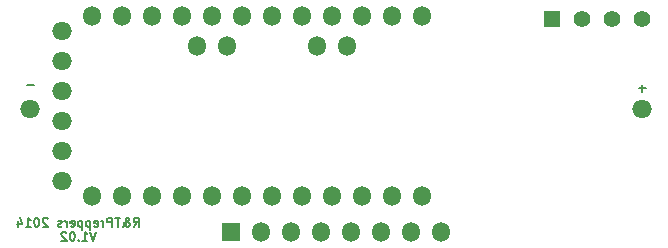
<source format=gbs>
G04 (created by PCBNEW (2013-jul-07)-stable) date Thu 14 Aug 2014 04:05:27 PM EDT*
%MOIN*%
G04 Gerber Fmt 3.4, Leading zero omitted, Abs format*
%FSLAX34Y34*%
G01*
G70*
G90*
G04 APERTURE LIST*
%ADD10C,0.00590551*%
%ADD11R,0.0590551X0.0590551*%
%ADD12O,0.0590551X0.0669291*%
%ADD13R,0.055X0.055*%
%ADD14C,0.055*%
%ADD15O,0.0669291X0.0590551*%
G04 APERTURE END LIST*
G54D10*
X102012Y-52707D02*
X101787Y-52707D01*
X101899Y-52819D02*
X101899Y-52594D01*
X81612Y-52607D02*
X81387Y-52607D01*
X84948Y-57319D02*
X85047Y-57178D01*
X85117Y-57319D02*
X85117Y-57024D01*
X85005Y-57024D01*
X84977Y-57038D01*
X84963Y-57052D01*
X84948Y-57080D01*
X84948Y-57122D01*
X84963Y-57150D01*
X84977Y-57164D01*
X85005Y-57178D01*
X85117Y-57178D01*
X84583Y-57319D02*
X84597Y-57319D01*
X84625Y-57305D01*
X84667Y-57263D01*
X84738Y-57178D01*
X84766Y-57136D01*
X84780Y-57094D01*
X84780Y-57066D01*
X84766Y-57038D01*
X84738Y-57024D01*
X84724Y-57024D01*
X84695Y-57038D01*
X84681Y-57066D01*
X84681Y-57080D01*
X84695Y-57108D01*
X84709Y-57122D01*
X84794Y-57178D01*
X84808Y-57192D01*
X84822Y-57221D01*
X84822Y-57263D01*
X84808Y-57291D01*
X84794Y-57305D01*
X84766Y-57319D01*
X84724Y-57319D01*
X84695Y-57305D01*
X84681Y-57291D01*
X84639Y-57235D01*
X84625Y-57192D01*
X84625Y-57164D01*
X84499Y-57024D02*
X84330Y-57024D01*
X84414Y-57319D02*
X84414Y-57024D01*
X84231Y-57319D02*
X84231Y-57024D01*
X84119Y-57024D01*
X84091Y-57038D01*
X84077Y-57052D01*
X84063Y-57080D01*
X84063Y-57122D01*
X84077Y-57150D01*
X84091Y-57164D01*
X84119Y-57178D01*
X84231Y-57178D01*
X83936Y-57319D02*
X83936Y-57122D01*
X83936Y-57178D02*
X83922Y-57150D01*
X83908Y-57136D01*
X83880Y-57122D01*
X83852Y-57122D01*
X83641Y-57305D02*
X83669Y-57319D01*
X83725Y-57319D01*
X83753Y-57305D01*
X83767Y-57277D01*
X83767Y-57164D01*
X83753Y-57136D01*
X83725Y-57122D01*
X83669Y-57122D01*
X83641Y-57136D01*
X83627Y-57164D01*
X83627Y-57192D01*
X83767Y-57221D01*
X83500Y-57122D02*
X83500Y-57417D01*
X83500Y-57136D02*
X83472Y-57122D01*
X83416Y-57122D01*
X83388Y-57136D01*
X83374Y-57150D01*
X83360Y-57178D01*
X83360Y-57263D01*
X83374Y-57291D01*
X83388Y-57305D01*
X83416Y-57319D01*
X83472Y-57319D01*
X83500Y-57305D01*
X83233Y-57122D02*
X83233Y-57417D01*
X83233Y-57136D02*
X83205Y-57122D01*
X83149Y-57122D01*
X83121Y-57136D01*
X83107Y-57150D01*
X83092Y-57178D01*
X83092Y-57263D01*
X83107Y-57291D01*
X83121Y-57305D01*
X83149Y-57319D01*
X83205Y-57319D01*
X83233Y-57305D01*
X82853Y-57305D02*
X82882Y-57319D01*
X82938Y-57319D01*
X82966Y-57305D01*
X82980Y-57277D01*
X82980Y-57164D01*
X82966Y-57136D01*
X82938Y-57122D01*
X82882Y-57122D01*
X82853Y-57136D01*
X82839Y-57164D01*
X82839Y-57192D01*
X82980Y-57221D01*
X82713Y-57319D02*
X82713Y-57122D01*
X82713Y-57178D02*
X82699Y-57150D01*
X82685Y-57136D01*
X82657Y-57122D01*
X82628Y-57122D01*
X82544Y-57305D02*
X82516Y-57319D01*
X82460Y-57319D01*
X82432Y-57305D01*
X82418Y-57277D01*
X82418Y-57263D01*
X82432Y-57235D01*
X82460Y-57221D01*
X82502Y-57221D01*
X82530Y-57207D01*
X82544Y-57178D01*
X82544Y-57164D01*
X82530Y-57136D01*
X82502Y-57122D01*
X82460Y-57122D01*
X82432Y-57136D01*
X82080Y-57052D02*
X82066Y-57038D01*
X82038Y-57024D01*
X81968Y-57024D01*
X81939Y-57038D01*
X81925Y-57052D01*
X81911Y-57080D01*
X81911Y-57108D01*
X81925Y-57150D01*
X82094Y-57319D01*
X81911Y-57319D01*
X81729Y-57024D02*
X81700Y-57024D01*
X81672Y-57038D01*
X81658Y-57052D01*
X81644Y-57080D01*
X81630Y-57136D01*
X81630Y-57207D01*
X81644Y-57263D01*
X81658Y-57291D01*
X81672Y-57305D01*
X81700Y-57319D01*
X81729Y-57319D01*
X81757Y-57305D01*
X81771Y-57291D01*
X81785Y-57263D01*
X81799Y-57207D01*
X81799Y-57136D01*
X81785Y-57080D01*
X81771Y-57052D01*
X81757Y-57038D01*
X81729Y-57024D01*
X81349Y-57319D02*
X81518Y-57319D01*
X81433Y-57319D02*
X81433Y-57024D01*
X81461Y-57066D01*
X81490Y-57094D01*
X81518Y-57108D01*
X81096Y-57122D02*
X81096Y-57319D01*
X81166Y-57010D02*
X81236Y-57221D01*
X81054Y-57221D01*
X83690Y-57496D02*
X83592Y-57791D01*
X83493Y-57496D01*
X83240Y-57791D02*
X83409Y-57791D01*
X83324Y-57791D02*
X83324Y-57496D01*
X83353Y-57538D01*
X83381Y-57566D01*
X83409Y-57581D01*
X83114Y-57763D02*
X83100Y-57777D01*
X83114Y-57791D01*
X83128Y-57777D01*
X83114Y-57763D01*
X83114Y-57791D01*
X82917Y-57496D02*
X82889Y-57496D01*
X82860Y-57510D01*
X82846Y-57524D01*
X82832Y-57552D01*
X82818Y-57609D01*
X82818Y-57679D01*
X82832Y-57735D01*
X82846Y-57763D01*
X82860Y-57777D01*
X82889Y-57791D01*
X82917Y-57791D01*
X82945Y-57777D01*
X82959Y-57763D01*
X82973Y-57735D01*
X82987Y-57679D01*
X82987Y-57609D01*
X82973Y-57552D01*
X82959Y-57524D01*
X82945Y-57510D01*
X82917Y-57496D01*
X82706Y-57524D02*
X82692Y-57510D01*
X82664Y-57496D01*
X82593Y-57496D01*
X82565Y-57510D01*
X82551Y-57524D01*
X82537Y-57552D01*
X82537Y-57581D01*
X82551Y-57623D01*
X82720Y-57791D01*
X82537Y-57791D01*
G54D11*
X88200Y-57500D03*
G54D12*
X89200Y-57500D03*
X90200Y-57500D03*
X91200Y-57500D03*
X92200Y-57500D03*
X93200Y-57500D03*
X94200Y-57500D03*
X95200Y-57500D03*
G54D13*
X98900Y-50400D03*
G54D14*
X99900Y-50400D03*
X100900Y-50400D03*
X101900Y-50400D03*
G54D12*
X94560Y-56290D03*
X93560Y-56290D03*
X92560Y-56290D03*
X91560Y-56290D03*
X90560Y-56290D03*
X89560Y-56290D03*
X88560Y-56290D03*
X87560Y-56290D03*
X86560Y-56290D03*
X85560Y-56290D03*
X84560Y-56290D03*
X83560Y-56290D03*
X94560Y-50290D03*
X93560Y-50290D03*
X92560Y-50290D03*
X91560Y-50290D03*
X90560Y-50290D03*
X89560Y-50290D03*
X88560Y-50290D03*
X87560Y-50290D03*
X86560Y-50290D03*
X85560Y-50290D03*
X84560Y-50290D03*
X83560Y-50290D03*
G54D15*
X82560Y-50790D03*
X82560Y-51790D03*
X82560Y-52790D03*
X82560Y-53790D03*
X82560Y-54790D03*
X82560Y-55790D03*
G54D12*
X87060Y-51290D03*
X88060Y-51290D03*
X91060Y-51290D03*
X92060Y-51290D03*
G54D15*
X101900Y-53400D03*
X81500Y-53400D03*
M02*

</source>
